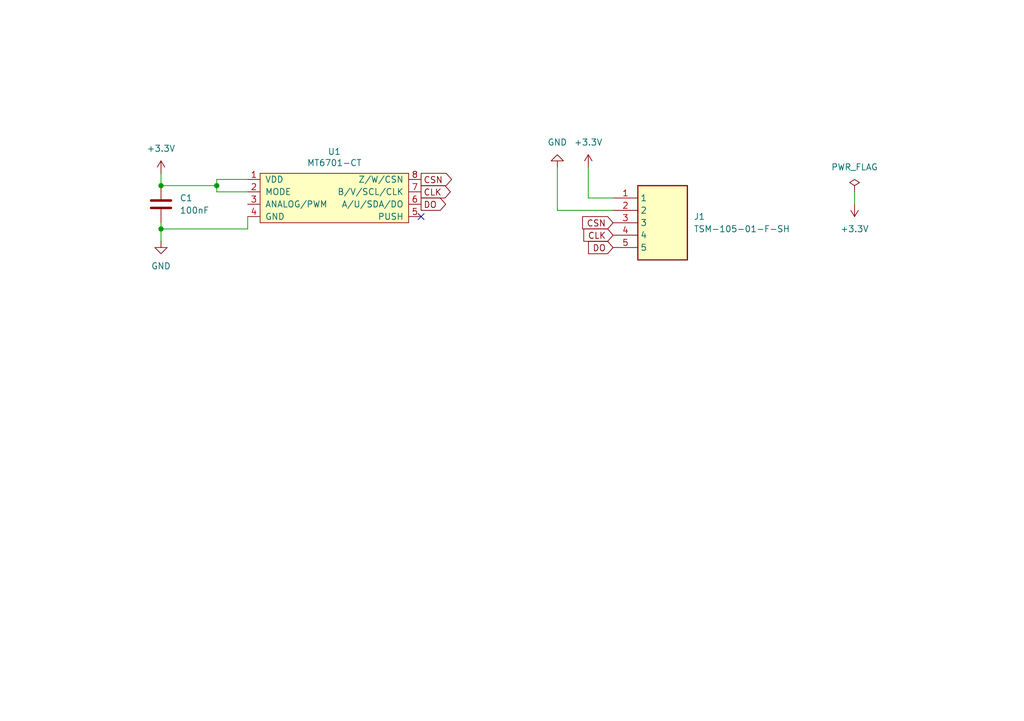
<source format=kicad_sch>
(kicad_sch (version 20231120) (generator "eeschema") (generator_version "8.0")
  (paper "A5")
  (title_block (title "Encoder Circuit") (date "2024-09-12") (company "Universidade do Minho"))
  (lib_symbols
    (symbol "Device:C" (pin_numbers hide) (pin_names (offset 0.254))
      (property "Reference" "C" (at 0.635 2.54 0))
      (property "Value" "C" (at 0.635 -2.54 0))
      (symbol "C_0_1"
        (polyline (pts (xy -2.032 -0.762) (xy 2.032 -0.762)) (stroke (width 0.508)))
        (polyline (pts (xy -2.032 0.762) (xy 2.032 0.762)) (stroke (width 0.508)))
      )
      (symbol "C_1_1"
        (pin passive line (at 0 3.81 270) (length 2.794) (name "~") (number "1"))
        (pin passive line (at 0 -3.81 90) (length 2.794) (name "~") (number "2"))
      )
    )
    (symbol "MagnTek:MT6701-CT" (pin_names (offset 1.016))
      (property "Reference" "U" (at -12.7 6.35 0))
      (property "Value" "MT6701-CT" (at 0 6.35 0))
      (symbol "MT6701-CT_0_1"
        (rectangle (start -13.97 5.08) (end 16.51 -5.08) (fill (type background)))
      )
      (symbol "MT6701-CT_1_1"
        (pin power_in line (at -16.51 3.81 0) (length 2.54) (name "VDD") (number "1"))
        (pin input line (at -16.51 1.27 0) (length 2.54) (name "MODE") (number "2"))
        (pin output line (at -16.51 -1.27 0) (length 2.54) (name "ANALOG/PWM") (number "3"))
        (pin power_in line (at -16.51 -3.81 0) (length 2.54) (name "GND") (number "4"))
        (pin output line (at 19.05 -3.81 180) (length 2.54) (name "PUSH") (number "5"))
        (pin bidirectional line (at 19.05 -1.27 180) (length 2.54) (name "A/U/SDA/DO") (number "6"))
        (pin bidirectional line (at 19.05 1.27 180) (length 2.54) (name "B/V/SCL/CLK") (number "7"))
        (pin bidirectional line (at 19.05 3.81 180) (length 2.54) (name "Z/W/CSN") (number "8"))
      )
    )
    (symbol "SamacSys_Parts:TSM-105-01-F-SH"
      (property "Reference" "J" (at 16.51 7.62 0))
      (property "Value" "TSM-105-01-F-SH" (at 16.51 5.08 0))
      (symbol "TSM-105-01-F-SH_1_1"
        (rectangle (start 5.08 2.54) (end 15.24 -12.7) (stroke (width 0.254)) (fill (type background)))
        (pin passive line (at 0 0 0) (length 5.08) (name "1") (number "1"))
        (pin passive line (at 0 -2.54 0) (length 5.08) (name "2") (number "2"))
        (pin passive line (at 0 -5.08 0) (length 5.08) (name "3") (number "3"))
        (pin passive line (at 0 -7.62 0) (length 5.08) (name "4") (number "4"))
        (pin passive line (at 0 -10.16 0) (length 5.08) (name "5") (number "5"))
      )
    )
    (symbol "power:+3.3V" (power) (pin_numbers hide) (pin_names (offset 0) hide)
      (property "Value" "+3.3V" (at 0 3.556 0))
      (symbol "+3.3V_0_1"
        (polyline (pts (xy -0.762 1.27) (xy 0 2.54)))
        (polyline (pts (xy 0 0) (xy 0 2.54)))
        (polyline (pts (xy 0 2.54) (xy 0.762 1.27)))
      )
      (symbol "+3.3V_1_1"
        (pin power_in line (at 0 0 90) (length 0) (name "~") (number "1"))
      )
    )
    (symbol "power:GND" (power) (pin_numbers hide) (pin_names (offset 0) hide)
      (property "Value" "GND" (at 0 -3.81 0))
      (symbol "GND_0_1"
        (polyline (pts (xy 0 0) (xy 0 -1.27) (xy 1.27 -1.27) (xy 0 -2.54) (xy -1.27 -1.27) (xy 0 -1.27)))
      )
      (symbol "GND_1_1"
        (pin power_in line (at 0 0 270) (length 0) (name "~") (number "1"))
      )
    )
    (symbol "power:PWR_FLAG" (power) (pin_numbers hide) (pin_names (offset 0) hide)
      (property "Value" "PWR_FLAG" (at 0 3.81 0))
      (symbol "PWR_FLAG_0_0"
        (pin power_out line (at 0 0 90) (length 0) (name "pwr") (number "1"))
      )
      (symbol "PWR_FLAG_0_1"
        (polyline (pts (xy 0 0) (xy 0 1.27) (xy -1.016 1.905) (xy 0 2.54) (xy 1.016 1.905) (xy 0 1.27)))
      )
    )
  )
  (junction (at 44.45 38.1))
  (junction (at 33.02 46.99))
  (junction (at 33.02 38.1))
  (no_connect (at 86.36 44.45))
  (wire (pts (xy 50.8 36.83) (xy 44.45 36.83)))
  (wire (pts (xy 114.3 34.29) (xy 114.3 43.18)))
  (wire (pts (xy 33.02 46.99) (xy 50.8 46.99)))
  (wire (pts (xy 175.26 41.91) (xy 175.26 39.37)))
  (wire (pts (xy 50.8 44.45) (xy 50.8 46.99)))
  (wire (pts (xy 44.45 36.83) (xy 44.45 38.1)))
  (wire (pts (xy 33.02 35.56) (xy 33.02 38.1)))
  (wire (pts (xy 114.3 43.18) (xy 125.73 43.18)))
  (wire (pts (xy 44.45 38.1) (xy 33.02 38.1)))
  (wire (pts (xy 44.45 39.37) (xy 44.45 38.1)))
  (wire (pts (xy 120.65 34.29) (xy 120.65 40.64)))
  (wire (pts (xy 120.65 40.64) (xy 125.73 40.64)))
  (wire (pts (xy 50.8 39.37) (xy 44.45 39.37)))
  (wire (pts (xy 33.02 46.99) (xy 33.02 49.53)))
  (wire (pts (xy 33.02 45.72) (xy 33.02 46.99)))
  (global_label "CLK" (shape input) (at 125.73 48.26 180) (property "Intersheetrefs" "${INTERSHEET_REFS}" (effects (hide yes))))
  (global_label "CLK" (shape output) (at 86.36 39.37 0) (property "Intersheetrefs" "${INTERSHEET_REFS}" (effects (hide yes))))
  (global_label "CSN" (shape input) (at 125.73 45.72 180) (property "Intersheetrefs" "${INTERSHEET_REFS}" (effects (hide yes))))
  (global_label "DO" (shape input) (at 125.73 50.8 180) (property "Intersheetrefs" "${INTERSHEET_REFS}" (effects (hide yes))))
  (global_label "DO" (shape output) (at 86.36 41.91 0) (property "Intersheetrefs" "${INTERSHEET_REFS}" (effects (hide yes))))
  (global_label "CSN" (shape output) (at 86.36 36.83 0) (property "Intersheetrefs" "${INTERSHEET_REFS}" (effects (hide yes))))
  (symbol (lib_id "SamacSys_Parts:TSM-105-01-F-SH") (at 125.73 40.64 0) (unit 1)
    (property "Reference" "J1" (at 142.24 44.4499 0) (effects (justify left)))
    (property "Value" "TSM-105-01-F-SH" (at 142.24 46.9899 0) (effects (justify left)))
    (property "Footprint" "TSM-105-YY-ZZZ-SH" (effects (hide yes)))
    (property "Datasheet" "https://componentsearchengine.com/Datasheets/1/TSM-105-01-F-SH.pdf" (effects (hide yes)))
    (property "Description" "5 Position, Dual-Row, .100&quot; Surface Mount Terminal Strip, Single-Row Vertical" (effects (hide yes)))
    (property "Mouser Part Number" "200-TSM10501FSH" (effects (hide yes)))
    (property "Mouser Price/Stock" "https://www.mouser.com/Search/Refine.aspx?Keyword=200-TSM10501FSH" (effects (hide yes)))
    (property "Manufacturer_Name" "SAMTEC" (effects (hide yes)))
    (property "Manufacturer_Part_Number" "TSM-105-01-F-SH" (effects (hide yes)))
  )
  (symbol (lib_id "power:+3.3V") (at 33.02 35.56 0) (unit 1)
    (property "Reference" "#PWR02" (effects (hide yes)))
    (property "Value" "+3.3V" (at 33.02 30.48 0))
    (property "Description" "Power symbol creates a global label with name \"+3.3V\"" (effects (hide yes)))
  )
  (symbol (lib_id "MagnTek:MT6701-CT") (at 67.31 40.64 0) (unit 1)
    (property "Reference" "U1" (at 68.58 31.115 0))
    (property "Value" "MT6701-CT" (at 68.58 33.4264 0))
    (property "Footprint" "Package_SO:SOIC-8_3.9x4.9mm_P1.27mm" (effects (hide yes)))
    (property "LCSC" "C2856764, or C3003196" (effects (hide yes)))
    (property "Digikey" "N/A" (effects (hide yes)))
    (property "Mouser" "N/A" (effects (hide yes)))
  )
  (symbol (lib_id "power:PWR_FLAG") (at 175.26 39.37 0) (unit 1)
    (property "Reference" "#FLG01" (effects (hide yes)))
    (property "Value" "PWR_FLAG" (at 175.26 34.29 0))
  )
  (symbol (lib_id "power:GND") (at 33.02 49.53 0) (unit 1)
    (property "Reference" "#PWR01" (effects (hide yes)))
    (property "Value" "GND" (at 33.02 54.61 0))
    (property "Description" "Power symbol creates a global label with name \"GND\" , ground" (effects (hide yes)))
  )
  (symbol (lib_id "power:+3.3V") (at 175.26 41.91 180) (unit 1)
    (property "Reference" "#PWR05" (effects (hide yes)))
    (property "Value" "+3.3V" (at 175.26 46.99 0))
    (property "Description" "Power symbol creates a global label with name \"+3.3V\"" (effects (hide yes)))
  )
  (symbol (lib_id "Device:C") (at 33.02 41.91 0) (unit 1)
    (property "Reference" "C1" (at 36.83 40.6399 0) (effects (justify left)))
    (property "Value" "100nF" (at 36.83 43.1799 0) (effects (justify left)))
    (property "Footprint" "Capacitor_SMD:C_0201_0603Metric" (effects (hide yes)))
    (property "Description" "Unpolarized capacitor" (effects (hide yes)))
  )
  (symbol (lib_id "power:+3.3V") (at 120.65 34.29 0) (unit 1)
    (property "Reference" "#PWR03" (effects (hide yes)))
    (property "Value" "+3.3V" (at 120.65 29.21 0))
    (property "Description" "Power symbol creates a global label with name \"+3.3V\"" (effects (hide yes)))
  )
  (symbol (lib_id "power:GND") (at 114.3 34.29 180) (unit 1)
    (property "Reference" "#PWR04" (effects (hide yes)))
    (property "Value" "GND" (at 114.3 29.21 0))
    (property "Description" "Power symbol creates a global label with name \"GND\" , ground" (effects (hide yes)))
  )
)
</source>
